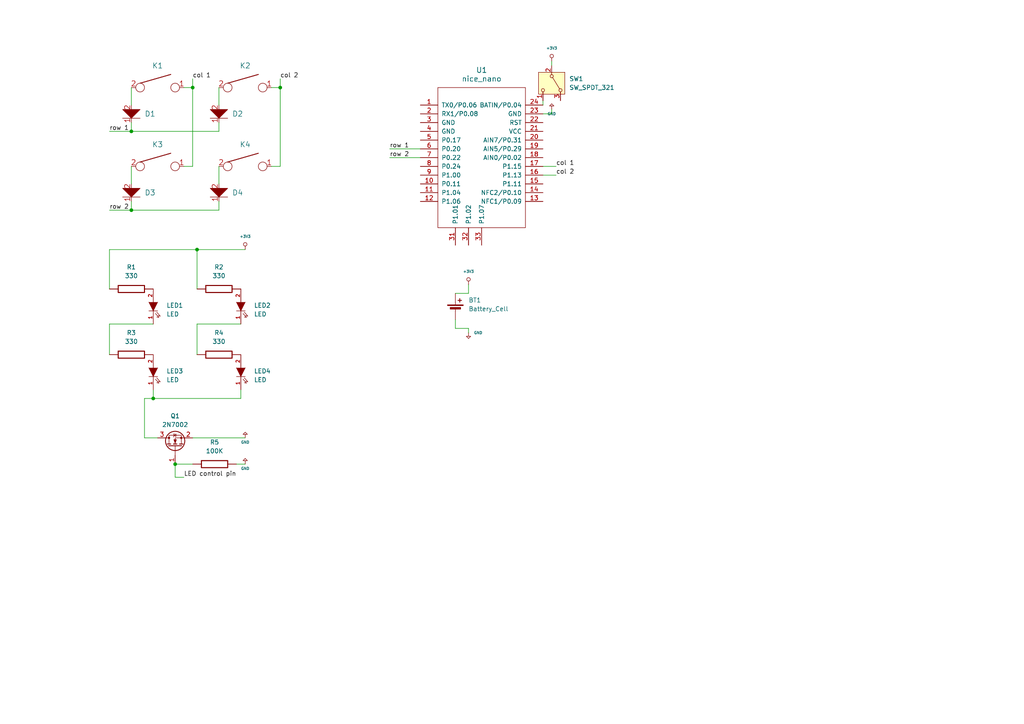
<source format=kicad_sch>
(kicad_sch
	(version 20250114)
	(generator "eeschema")
	(generator_version "9.0")
	(uuid "db045ae9-1457-4171-a4c8-dc47ed7b5674")
	(paper "A4")
	(lib_symbols
		(symbol "Device:Battery_Cell"
			(pin_numbers
				(hide yes)
			)
			(pin_names
				(offset 0)
				(hide yes)
			)
			(exclude_from_sim no)
			(in_bom yes)
			(on_board yes)
			(property "Reference" "BT"
				(at 2.54 2.54 0)
				(effects
					(font
						(size 1.27 1.27)
					)
					(justify left)
				)
			)
			(property "Value" "Battery_Cell"
				(at 2.54 0 0)
				(effects
					(font
						(size 1.27 1.27)
					)
					(justify left)
				)
			)
			(property "Footprint" ""
				(at 0 1.524 90)
				(effects
					(font
						(size 1.27 1.27)
					)
					(hide yes)
				)
			)
			(property "Datasheet" "~"
				(at 0 1.524 90)
				(effects
					(font
						(size 1.27 1.27)
					)
					(hide yes)
				)
			)
			(property "Description" "Single-cell battery"
				(at 0 0 0)
				(effects
					(font
						(size 1.27 1.27)
					)
					(hide yes)
				)
			)
			(property "ki_keywords" "battery cell"
				(at 0 0 0)
				(effects
					(font
						(size 1.27 1.27)
					)
					(hide yes)
				)
			)
			(symbol "Battery_Cell_0_1"
				(rectangle
					(start -2.286 1.778)
					(end 2.286 1.524)
					(stroke
						(width 0)
						(type default)
					)
					(fill
						(type outline)
					)
				)
				(rectangle
					(start -1.524 1.016)
					(end 1.524 0.508)
					(stroke
						(width 0)
						(type default)
					)
					(fill
						(type outline)
					)
				)
				(polyline
					(pts
						(xy 0 1.778) (xy 0 2.54)
					)
					(stroke
						(width 0)
						(type default)
					)
					(fill
						(type none)
					)
				)
				(polyline
					(pts
						(xy 0 0.762) (xy 0 0)
					)
					(stroke
						(width 0)
						(type default)
					)
					(fill
						(type none)
					)
				)
				(polyline
					(pts
						(xy 0.762 3.048) (xy 1.778 3.048)
					)
					(stroke
						(width 0.254)
						(type default)
					)
					(fill
						(type none)
					)
				)
				(polyline
					(pts
						(xy 1.27 3.556) (xy 1.27 2.54)
					)
					(stroke
						(width 0.254)
						(type default)
					)
					(fill
						(type none)
					)
				)
			)
			(symbol "Battery_Cell_1_1"
				(pin passive line
					(at 0 5.08 270)
					(length 2.54)
					(name "+"
						(effects
							(font
								(size 1.27 1.27)
							)
						)
					)
					(number "1"
						(effects
							(font
								(size 1.27 1.27)
							)
						)
					)
				)
				(pin passive line
					(at 0 -2.54 90)
					(length 2.54)
					(name "-"
						(effects
							(font
								(size 1.27 1.27)
							)
						)
					)
					(number "2"
						(effects
							(font
								(size 1.27 1.27)
							)
						)
					)
				)
			)
			(embedded_fonts no)
		)
		(symbol "Switch:SW_SPDT_321"
			(pin_names
				(offset 1)
				(hide yes)
			)
			(exclude_from_sim no)
			(in_bom yes)
			(on_board yes)
			(property "Reference" "SW"
				(at 0 5.08 0)
				(effects
					(font
						(size 1.27 1.27)
					)
				)
			)
			(property "Value" "SW_SPDT_321"
				(at 0 -5.08 0)
				(effects
					(font
						(size 1.27 1.27)
					)
				)
			)
			(property "Footprint" ""
				(at 0 -10.16 0)
				(effects
					(font
						(size 1.27 1.27)
					)
					(hide yes)
				)
			)
			(property "Datasheet" "~"
				(at 0 -7.62 0)
				(effects
					(font
						(size 1.27 1.27)
					)
					(hide yes)
				)
			)
			(property "Description" "Switch, single pole double throw"
				(at 0 0 0)
				(effects
					(font
						(size 1.27 1.27)
					)
					(hide yes)
				)
			)
			(property "ki_keywords" "switch single-pole double-throw spdt ON-ON"
				(at 0 0 0)
				(effects
					(font
						(size 1.27 1.27)
					)
					(hide yes)
				)
			)
			(symbol "SW_SPDT_321_0_1"
				(circle
					(center -2.032 0)
					(radius 0.4572)
					(stroke
						(width 0)
						(type default)
					)
					(fill
						(type none)
					)
				)
				(polyline
					(pts
						(xy -1.651 0.254) (xy 1.651 2.286)
					)
					(stroke
						(width 0)
						(type default)
					)
					(fill
						(type none)
					)
				)
				(circle
					(center 2.032 2.54)
					(radius 0.4572)
					(stroke
						(width 0)
						(type default)
					)
					(fill
						(type none)
					)
				)
				(circle
					(center 2.032 -2.54)
					(radius 0.4572)
					(stroke
						(width 0)
						(type default)
					)
					(fill
						(type none)
					)
				)
			)
			(symbol "SW_SPDT_321_1_1"
				(rectangle
					(start -3.175 3.81)
					(end 3.175 -3.81)
					(stroke
						(width 0)
						(type default)
					)
					(fill
						(type background)
					)
				)
				(pin passive line
					(at -5.08 0 0)
					(length 2.54)
					(name "B"
						(effects
							(font
								(size 1.27 1.27)
							)
						)
					)
					(number "2"
						(effects
							(font
								(size 1.27 1.27)
							)
						)
					)
				)
				(pin passive line
					(at 5.08 2.54 180)
					(length 2.54)
					(name "A"
						(effects
							(font
								(size 1.27 1.27)
							)
						)
					)
					(number "3"
						(effects
							(font
								(size 1.27 1.27)
							)
						)
					)
				)
				(pin passive line
					(at 5.08 -2.54 180)
					(length 2.54)
					(name "C"
						(effects
							(font
								(size 1.27 1.27)
							)
						)
					)
					(number "1"
						(effects
							(font
								(size 1.27 1.27)
							)
						)
					)
				)
			)
			(embedded_fonts no)
		)
		(symbol "Transistor_FET:2N7002"
			(pin_names
				(hide yes)
			)
			(exclude_from_sim no)
			(in_bom yes)
			(on_board yes)
			(property "Reference" "Q"
				(at 5.08 1.905 0)
				(effects
					(font
						(size 1.27 1.27)
					)
					(justify left)
				)
			)
			(property "Value" "2N7002"
				(at 5.08 0 0)
				(effects
					(font
						(size 1.27 1.27)
					)
					(justify left)
				)
			)
			(property "Footprint" "Package_TO_SOT_SMD:SOT-23"
				(at 5.08 -1.905 0)
				(effects
					(font
						(size 1.27 1.27)
						(italic yes)
					)
					(justify left)
					(hide yes)
				)
			)
			(property "Datasheet" "https://www.onsemi.com/pub/Collateral/NDS7002A-D.PDF"
				(at 5.08 -3.81 0)
				(effects
					(font
						(size 1.27 1.27)
					)
					(justify left)
					(hide yes)
				)
			)
			(property "Description" "0.115A Id, 60V Vds, N-Channel MOSFET, SOT-23"
				(at 0 0 0)
				(effects
					(font
						(size 1.27 1.27)
					)
					(hide yes)
				)
			)
			(property "ki_keywords" "N-Channel Switching MOSFET"
				(at 0 0 0)
				(effects
					(font
						(size 1.27 1.27)
					)
					(hide yes)
				)
			)
			(property "ki_fp_filters" "SOT?23*"
				(at 0 0 0)
				(effects
					(font
						(size 1.27 1.27)
					)
					(hide yes)
				)
			)
			(symbol "2N7002_0_1"
				(polyline
					(pts
						(xy 0.254 1.905) (xy 0.254 -1.905)
					)
					(stroke
						(width 0.254)
						(type default)
					)
					(fill
						(type none)
					)
				)
				(polyline
					(pts
						(xy 0.254 0) (xy -2.54 0)
					)
					(stroke
						(width 0)
						(type default)
					)
					(fill
						(type none)
					)
				)
				(polyline
					(pts
						(xy 0.762 2.286) (xy 0.762 1.27)
					)
					(stroke
						(width 0.254)
						(type default)
					)
					(fill
						(type none)
					)
				)
				(polyline
					(pts
						(xy 0.762 0.508) (xy 0.762 -0.508)
					)
					(stroke
						(width 0.254)
						(type default)
					)
					(fill
						(type none)
					)
				)
				(polyline
					(pts
						(xy 0.762 -1.27) (xy 0.762 -2.286)
					)
					(stroke
						(width 0.254)
						(type default)
					)
					(fill
						(type none)
					)
				)
				(polyline
					(pts
						(xy 0.762 -1.778) (xy 3.302 -1.778) (xy 3.302 1.778) (xy 0.762 1.778)
					)
					(stroke
						(width 0)
						(type default)
					)
					(fill
						(type none)
					)
				)
				(polyline
					(pts
						(xy 1.016 0) (xy 2.032 0.381) (xy 2.032 -0.381) (xy 1.016 0)
					)
					(stroke
						(width 0)
						(type default)
					)
					(fill
						(type outline)
					)
				)
				(circle
					(center 1.651 0)
					(radius 2.794)
					(stroke
						(width 0.254)
						(type default)
					)
					(fill
						(type none)
					)
				)
				(polyline
					(pts
						(xy 2.54 2.54) (xy 2.54 1.778)
					)
					(stroke
						(width 0)
						(type default)
					)
					(fill
						(type none)
					)
				)
				(circle
					(center 2.54 1.778)
					(radius 0.254)
					(stroke
						(width 0)
						(type default)
					)
					(fill
						(type outline)
					)
				)
				(circle
					(center 2.54 -1.778)
					(radius 0.254)
					(stroke
						(width 0)
						(type default)
					)
					(fill
						(type outline)
					)
				)
				(polyline
					(pts
						(xy 2.54 -2.54) (xy 2.54 0) (xy 0.762 0)
					)
					(stroke
						(width 0)
						(type default)
					)
					(fill
						(type none)
					)
				)
				(polyline
					(pts
						(xy 2.794 0.508) (xy 2.921 0.381) (xy 3.683 0.381) (xy 3.81 0.254)
					)
					(stroke
						(width 0)
						(type default)
					)
					(fill
						(type none)
					)
				)
				(polyline
					(pts
						(xy 3.302 0.381) (xy 2.921 -0.254) (xy 3.683 -0.254) (xy 3.302 0.381)
					)
					(stroke
						(width 0)
						(type default)
					)
					(fill
						(type none)
					)
				)
			)
			(symbol "2N7002_1_1"
				(pin input line
					(at -5.08 0 0)
					(length 2.54)
					(name "G"
						(effects
							(font
								(size 1.27 1.27)
							)
						)
					)
					(number "1"
						(effects
							(font
								(size 1.27 1.27)
							)
						)
					)
				)
				(pin passive line
					(at 2.54 5.08 270)
					(length 2.54)
					(name "D"
						(effects
							(font
								(size 1.27 1.27)
							)
						)
					)
					(number "3"
						(effects
							(font
								(size 1.27 1.27)
							)
						)
					)
				)
				(pin passive line
					(at 2.54 -5.08 90)
					(length 2.54)
					(name "S"
						(effects
							(font
								(size 1.27 1.27)
							)
						)
					)
					(number "2"
						(effects
							(font
								(size 1.27 1.27)
							)
						)
					)
				)
			)
			(embedded_fonts no)
		)
		(symbol "keyboard_parts:+3V3"
			(power)
			(pin_names
				(offset 0)
			)
			(exclude_from_sim no)
			(in_bom yes)
			(on_board yes)
			(property "Reference" "#PWR"
				(at 0 -0.762 0)
				(effects
					(font
						(size 0.508 0.508)
					)
					(hide yes)
				)
			)
			(property "Value" "+3V3"
				(at 0 2.794 0)
				(effects
					(font
						(size 0.762 0.762)
					)
				)
			)
			(property "Footprint" ""
				(at 0 0 0)
				(effects
					(font
						(size 1.524 1.524)
					)
				)
			)
			(property "Datasheet" ""
				(at 0 0 0)
				(effects
					(font
						(size 1.524 1.524)
					)
				)
			)
			(property "Description" ""
				(at 0 0 0)
				(effects
					(font
						(size 1.27 1.27)
					)
					(hide yes)
				)
			)
			(symbol "+3V3_0_0"
				(pin power_in line
					(at 0 0 90)
					(length 0)
					(hide yes)
					(name "+5V"
						(effects
							(font
								(size 0.508 0.508)
							)
						)
					)
					(number "1"
						(effects
							(font
								(size 0.254 0.254)
							)
						)
					)
				)
			)
			(symbol "+3V3_0_1"
				(circle
					(center 0 1.524)
					(radius 0.508)
					(stroke
						(width 0)
						(type solid)
					)
					(fill
						(type none)
					)
				)
				(polyline
					(pts
						(xy 0 0) (xy 0 1.016) (xy 0 1.016)
					)
					(stroke
						(width 0)
						(type solid)
					)
					(fill
						(type none)
					)
				)
			)
			(embedded_fonts no)
		)
		(symbol "keyboard_parts:D"
			(pin_names
				(offset 1.016)
			)
			(exclude_from_sim no)
			(in_bom yes)
			(on_board yes)
			(property "Reference" "D"
				(at -3.81 -1.27 90)
				(effects
					(font
						(size 1.524 1.524)
					)
				)
			)
			(property "Value" "D"
				(at 3.81 -1.27 90)
				(effects
					(font
						(size 1.524 1.524)
					)
					(hide yes)
				)
			)
			(property "Footprint" ""
				(at 0 0 0)
				(effects
					(font
						(size 1.524 1.524)
					)
				)
			)
			(property "Datasheet" ""
				(at 0 0 0)
				(effects
					(font
						(size 1.524 1.524)
					)
				)
			)
			(property "Description" ""
				(at 0 0 0)
				(effects
					(font
						(size 1.27 1.27)
					)
					(hide yes)
				)
			)
			(symbol "D_0_1"
				(polyline
					(pts
						(xy -2.54 0) (xy 2.54 0)
					)
					(stroke
						(width 0)
						(type solid)
					)
					(fill
						(type none)
					)
				)
				(polyline
					(pts
						(xy 0 0) (xy -2.54 -2.54) (xy 2.54 -2.54) (xy 0 0)
					)
					(stroke
						(width 0)
						(type solid)
					)
					(fill
						(type outline)
					)
				)
			)
			(symbol "D_1_1"
				(pin passive line
					(at 0 1.27 270)
					(length 1.27)
					(name "~"
						(effects
							(font
								(size 1.524 1.524)
							)
						)
					)
					(number "1"
						(effects
							(font
								(size 1.524 1.524)
							)
						)
					)
				)
				(pin passive line
					(at 0 -3.81 90)
					(length 1.27)
					(name "~"
						(effects
							(font
								(size 1.524 1.524)
							)
						)
					)
					(number "2"
						(effects
							(font
								(size 1.524 1.524)
							)
						)
					)
				)
			)
			(embedded_fonts no)
		)
		(symbol "keyboard_parts:GND"
			(power)
			(pin_names
				(offset 0)
			)
			(exclude_from_sim no)
			(in_bom yes)
			(on_board yes)
			(property "Reference" "#PWR"
				(at 0 1.27 0)
				(effects
					(font
						(size 0.508 0.508)
					)
					(hide yes)
				)
			)
			(property "Value" "GND"
				(at 0 -2.54 0)
				(effects
					(font
						(size 0.762 0.762)
					)
				)
			)
			(property "Footprint" ""
				(at 0 0 0)
				(effects
					(font
						(size 1.524 1.524)
					)
				)
			)
			(property "Datasheet" ""
				(at 0 0 0)
				(effects
					(font
						(size 1.524 1.524)
					)
				)
			)
			(property "Description" ""
				(at 0 0 0)
				(effects
					(font
						(size 1.27 1.27)
					)
					(hide yes)
				)
			)
			(symbol "GND_0_0"
				(pin power_in line
					(at 0 0 90)
					(length 0)
					(hide yes)
					(name "+5V"
						(effects
							(font
								(size 0.508 0.508)
							)
						)
					)
					(number "1"
						(effects
							(font
								(size 0.254 0.254)
							)
						)
					)
				)
			)
			(symbol "GND_0_1"
				(polyline
					(pts
						(xy 0 -1.651) (xy 0.635 -1.016) (xy -0.635 -1.016) (xy 0 -1.651)
					)
					(stroke
						(width 0)
						(type solid)
					)
					(fill
						(type none)
					)
				)
			)
			(symbol "GND_1_1"
				(polyline
					(pts
						(xy 0 0) (xy 0 -1.016) (xy 0 -1.016)
					)
					(stroke
						(width 0)
						(type solid)
					)
					(fill
						(type none)
					)
				)
			)
			(embedded_fonts no)
		)
		(symbol "keyboard_parts:KEYSW"
			(pin_names
				(offset 1.016)
			)
			(exclude_from_sim no)
			(in_bom yes)
			(on_board yes)
			(property "Reference" "K?"
				(at -1.27 0 0)
				(effects
					(font
						(size 1.524 1.524)
					)
				)
			)
			(property "Value" "KEYSW"
				(at 0 -2.54 0)
				(effects
					(font
						(size 1.524 1.524)
					)
					(hide yes)
				)
			)
			(property "Footprint" ""
				(at 0 0 0)
				(effects
					(font
						(size 1.524 1.524)
					)
				)
			)
			(property "Datasheet" ""
				(at 0 0 0)
				(effects
					(font
						(size 1.524 1.524)
					)
				)
			)
			(property "Description" ""
				(at 0 0 0)
				(effects
					(font
						(size 1.27 1.27)
					)
					(hide yes)
				)
			)
			(symbol "KEYSW_0_1"
				(polyline
					(pts
						(xy -5.08 1.27) (xy 3.81 3.81)
					)
					(stroke
						(width 0.254)
						(type solid)
					)
					(fill
						(type none)
					)
				)
				(circle
					(center -5.08 0)
					(radius 1.27)
					(stroke
						(width 0)
						(type solid)
					)
					(fill
						(type none)
					)
				)
				(circle
					(center 5.08 0)
					(radius 1.27)
					(stroke
						(width 0)
						(type solid)
					)
					(fill
						(type none)
					)
				)
			)
			(symbol "KEYSW_1_1"
				(pin passive line
					(at -7.62 0 0)
					(length 1.27)
					(name "~"
						(effects
							(font
								(size 1.524 1.524)
							)
						)
					)
					(number "2"
						(effects
							(font
								(size 1.524 1.524)
							)
						)
					)
				)
				(pin passive line
					(at 7.62 0 180)
					(length 1.27)
					(name "~"
						(effects
							(font
								(size 1.524 1.524)
							)
						)
					)
					(number "1"
						(effects
							(font
								(size 1.524 1.524)
							)
						)
					)
				)
			)
			(embedded_fonts no)
		)
		(symbol "keyboard_parts:LED"
			(pin_names
				(offset 1.016)
				(hide yes)
			)
			(exclude_from_sim no)
			(in_bom yes)
			(on_board yes)
			(property "Reference" "LED"
				(at 0 2.54 0)
				(effects
					(font
						(size 1.27 1.27)
					)
				)
			)
			(property "Value" "LED"
				(at 0 -2.54 0)
				(effects
					(font
						(size 1.27 1.27)
					)
				)
			)
			(property "Footprint" ""
				(at 0 0 0)
				(effects
					(font
						(size 1.524 1.524)
					)
				)
			)
			(property "Datasheet" ""
				(at 0 0 0)
				(effects
					(font
						(size 1.524 1.524)
					)
				)
			)
			(property "Description" ""
				(at 0 0 0)
				(effects
					(font
						(size 1.27 1.27)
					)
					(hide yes)
				)
			)
			(property "ki_fp_filters" "LED-3MM LED-5MM LED-10MM LED-0603 LED-0805 LED-1206 LEDV"
				(at 0 0 0)
				(effects
					(font
						(size 1.27 1.27)
					)
					(hide yes)
				)
			)
			(symbol "LED_0_1"
				(polyline
					(pts
						(xy -2.032 -0.635) (xy -3.175 -1.651) (xy -3.048 -1.016)
					)
					(stroke
						(width 0)
						(type solid)
					)
					(fill
						(type none)
					)
				)
				(polyline
					(pts
						(xy -1.651 -1.016) (xy -2.794 -2.032) (xy -2.667 -1.397)
					)
					(stroke
						(width 0)
						(type solid)
					)
					(fill
						(type none)
					)
				)
				(polyline
					(pts
						(xy -1.27 1.27) (xy -1.27 -1.27)
					)
					(stroke
						(width 0)
						(type solid)
					)
					(fill
						(type none)
					)
				)
				(polyline
					(pts
						(xy 1.27 1.27) (xy -1.27 0) (xy 1.27 -1.27)
					)
					(stroke
						(width 0)
						(type solid)
					)
					(fill
						(type outline)
					)
				)
			)
			(symbol "LED_1_1"
				(pin passive line
					(at -5.08 0 0)
					(length 3.81)
					(name "K"
						(effects
							(font
								(size 1.016 1.016)
							)
						)
					)
					(number "1"
						(effects
							(font
								(size 1.016 1.016)
							)
						)
					)
				)
				(pin passive line
					(at 5.08 0 180)
					(length 3.81)
					(name "A"
						(effects
							(font
								(size 1.016 1.016)
							)
						)
					)
					(number "2"
						(effects
							(font
								(size 1.016 1.016)
							)
						)
					)
				)
			)
			(embedded_fonts no)
		)
		(symbol "keyboard_parts:R"
			(pin_numbers
				(hide yes)
			)
			(pin_names
				(offset 0)
			)
			(exclude_from_sim no)
			(in_bom yes)
			(on_board yes)
			(property "Reference" "R"
				(at 2.032 0 90)
				(effects
					(font
						(size 1.27 1.27)
					)
				)
			)
			(property "Value" "R"
				(at 0 0 90)
				(effects
					(font
						(size 1.27 1.27)
					)
				)
			)
			(property "Footprint" ""
				(at 0 0 0)
				(effects
					(font
						(size 1.524 1.524)
					)
				)
			)
			(property "Datasheet" ""
				(at 0 0 0)
				(effects
					(font
						(size 1.524 1.524)
					)
				)
			)
			(property "Description" ""
				(at 0 0 0)
				(effects
					(font
						(size 1.27 1.27)
					)
					(hide yes)
				)
			)
			(property "ki_fp_filters" "R? SM0603 SM0805 R?-* SM1206"
				(at 0 0 0)
				(effects
					(font
						(size 1.27 1.27)
					)
					(hide yes)
				)
			)
			(symbol "R_0_1"
				(rectangle
					(start -1.016 3.81)
					(end 1.016 -3.81)
					(stroke
						(width 0.3048)
						(type solid)
					)
					(fill
						(type none)
					)
				)
			)
			(symbol "R_1_1"
				(pin passive line
					(at 0 6.35 270)
					(length 2.54)
					(name "~"
						(effects
							(font
								(size 1.524 1.524)
							)
						)
					)
					(number "1"
						(effects
							(font
								(size 1.524 1.524)
							)
						)
					)
				)
				(pin passive line
					(at 0 -6.35 90)
					(length 2.54)
					(name "~"
						(effects
							(font
								(size 1.524 1.524)
							)
						)
					)
					(number "2"
						(effects
							(font
								(size 1.524 1.524)
							)
						)
					)
				)
			)
			(embedded_fonts no)
		)
		(symbol "nice_nano:nice_nano"
			(pin_names
				(offset 1.016)
			)
			(exclude_from_sim no)
			(in_bom yes)
			(on_board yes)
			(property "Reference" "U"
				(at 0 0 0)
				(effects
					(font
						(size 1.524 1.524)
					)
				)
			)
			(property "Value" "nice_nano"
				(at 0 2.54 0)
				(effects
					(font
						(size 1.524 1.524)
					)
				)
			)
			(property "Footprint" ""
				(at 26.67 -63.5 90)
				(effects
					(font
						(size 1.524 1.524)
					)
					(hide yes)
				)
			)
			(property "Datasheet" ""
				(at 26.67 -63.5 90)
				(effects
					(font
						(size 1.524 1.524)
					)
					(hide yes)
				)
			)
			(property "Description" ""
				(at 0 0 0)
				(effects
					(font
						(size 1.27 1.27)
					)
					(hide yes)
				)
			)
			(symbol "nice_nano_0_1"
				(rectangle
					(start -12.7 -21.59)
					(end 12.7 19.05)
					(stroke
						(width 0)
						(type solid)
					)
					(fill
						(type none)
					)
				)
			)
			(symbol "nice_nano_1_1"
				(pin input line
					(at -17.78 13.97 0)
					(length 5.08)
					(name "TX0/P0.06"
						(effects
							(font
								(size 1.27 1.27)
							)
						)
					)
					(number "1"
						(effects
							(font
								(size 1.27 1.27)
							)
						)
					)
				)
				(pin input line
					(at -17.78 11.43 0)
					(length 5.08)
					(name "RX1/P0.08"
						(effects
							(font
								(size 1.27 1.27)
							)
						)
					)
					(number "2"
						(effects
							(font
								(size 1.27 1.27)
							)
						)
					)
				)
				(pin input line
					(at -17.78 8.89 0)
					(length 5.08)
					(name "GND"
						(effects
							(font
								(size 1.27 1.27)
							)
						)
					)
					(number "3"
						(effects
							(font
								(size 1.27 1.27)
							)
						)
					)
				)
				(pin input line
					(at -17.78 6.35 0)
					(length 5.08)
					(name "GND"
						(effects
							(font
								(size 1.27 1.27)
							)
						)
					)
					(number "4"
						(effects
							(font
								(size 1.27 1.27)
							)
						)
					)
				)
				(pin input line
					(at -17.78 3.81 0)
					(length 5.08)
					(name "P0.17"
						(effects
							(font
								(size 1.27 1.27)
							)
						)
					)
					(number "5"
						(effects
							(font
								(size 1.27 1.27)
							)
						)
					)
				)
				(pin input line
					(at -17.78 1.27 0)
					(length 5.08)
					(name "P0.20"
						(effects
							(font
								(size 1.27 1.27)
							)
						)
					)
					(number "6"
						(effects
							(font
								(size 1.27 1.27)
							)
						)
					)
				)
				(pin input line
					(at -17.78 -1.27 0)
					(length 5.08)
					(name "P0.22"
						(effects
							(font
								(size 1.27 1.27)
							)
						)
					)
					(number "7"
						(effects
							(font
								(size 1.27 1.27)
							)
						)
					)
				)
				(pin input line
					(at -17.78 -3.81 0)
					(length 5.08)
					(name "P0.24"
						(effects
							(font
								(size 1.27 1.27)
							)
						)
					)
					(number "8"
						(effects
							(font
								(size 1.27 1.27)
							)
						)
					)
				)
				(pin input line
					(at -17.78 -6.35 0)
					(length 5.08)
					(name "P1.00"
						(effects
							(font
								(size 1.27 1.27)
							)
						)
					)
					(number "9"
						(effects
							(font
								(size 1.27 1.27)
							)
						)
					)
				)
				(pin input line
					(at -17.78 -8.89 0)
					(length 5.08)
					(name "P0.11"
						(effects
							(font
								(size 1.27 1.27)
							)
						)
					)
					(number "10"
						(effects
							(font
								(size 1.27 1.27)
							)
						)
					)
				)
				(pin input line
					(at -17.78 -11.43 0)
					(length 5.08)
					(name "P1.04"
						(effects
							(font
								(size 1.27 1.27)
							)
						)
					)
					(number "11"
						(effects
							(font
								(size 1.27 1.27)
							)
						)
					)
				)
				(pin input line
					(at -17.78 -13.97 0)
					(length 5.08)
					(name "P1.06"
						(effects
							(font
								(size 1.27 1.27)
							)
						)
					)
					(number "12"
						(effects
							(font
								(size 1.27 1.27)
							)
						)
					)
				)
				(pin input line
					(at -7.62 -26.67 90)
					(length 5.08)
					(name "P1.01"
						(effects
							(font
								(size 1.27 1.27)
							)
						)
					)
					(number "31"
						(effects
							(font
								(size 1.27 1.27)
							)
						)
					)
				)
				(pin input line
					(at -3.81 -26.67 90)
					(length 5.08)
					(name "P1.02"
						(effects
							(font
								(size 1.27 1.27)
							)
						)
					)
					(number "32"
						(effects
							(font
								(size 1.27 1.27)
							)
						)
					)
				)
				(pin input line
					(at 0 -26.67 90)
					(length 5.08)
					(name "P1.07"
						(effects
							(font
								(size 1.27 1.27)
							)
						)
					)
					(number "33"
						(effects
							(font
								(size 1.27 1.27)
							)
						)
					)
				)
				(pin input line
					(at 17.78 13.97 180)
					(length 5.08)
					(name "BATIN/P0.04"
						(effects
							(font
								(size 1.27 1.27)
							)
						)
					)
					(number "24"
						(effects
							(font
								(size 1.27 1.27)
							)
						)
					)
				)
				(pin input line
					(at 17.78 11.43 180)
					(length 5.08)
					(name "GND"
						(effects
							(font
								(size 1.27 1.27)
							)
						)
					)
					(number "23"
						(effects
							(font
								(size 1.27 1.27)
							)
						)
					)
				)
				(pin input line
					(at 17.78 8.89 180)
					(length 5.08)
					(name "RST"
						(effects
							(font
								(size 1.27 1.27)
							)
						)
					)
					(number "22"
						(effects
							(font
								(size 1.27 1.27)
							)
						)
					)
				)
				(pin input line
					(at 17.78 6.35 180)
					(length 5.08)
					(name "VCC"
						(effects
							(font
								(size 1.27 1.27)
							)
						)
					)
					(number "21"
						(effects
							(font
								(size 1.27 1.27)
							)
						)
					)
				)
				(pin input line
					(at 17.78 3.81 180)
					(length 5.08)
					(name "AIN7/P0.31"
						(effects
							(font
								(size 1.27 1.27)
							)
						)
					)
					(number "20"
						(effects
							(font
								(size 1.27 1.27)
							)
						)
					)
				)
				(pin input line
					(at 17.78 1.27 180)
					(length 5.08)
					(name "AIN5/P0.29"
						(effects
							(font
								(size 1.27 1.27)
							)
						)
					)
					(number "19"
						(effects
							(font
								(size 1.27 1.27)
							)
						)
					)
				)
				(pin input line
					(at 17.78 -1.27 180)
					(length 5.08)
					(name "AIN0/P0.02"
						(effects
							(font
								(size 1.27 1.27)
							)
						)
					)
					(number "18"
						(effects
							(font
								(size 1.27 1.27)
							)
						)
					)
				)
				(pin input line
					(at 17.78 -3.81 180)
					(length 5.08)
					(name "P1.15"
						(effects
							(font
								(size 1.27 1.27)
							)
						)
					)
					(number "17"
						(effects
							(font
								(size 1.27 1.27)
							)
						)
					)
				)
				(pin input line
					(at 17.78 -6.35 180)
					(length 5.08)
					(name "P1.13"
						(effects
							(font
								(size 1.27 1.27)
							)
						)
					)
					(number "16"
						(effects
							(font
								(size 1.27 1.27)
							)
						)
					)
				)
				(pin input line
					(at 17.78 -8.89 180)
					(length 5.08)
					(name "P1.11"
						(effects
							(font
								(size 1.27 1.27)
							)
						)
					)
					(number "15"
						(effects
							(font
								(size 1.27 1.27)
							)
						)
					)
				)
				(pin input line
					(at 17.78 -11.43 180)
					(length 5.08)
					(name "NFC2/P0.10"
						(effects
							(font
								(size 1.27 1.27)
							)
						)
					)
					(number "14"
						(effects
							(font
								(size 1.27 1.27)
							)
						)
					)
				)
				(pin input line
					(at 17.78 -13.97 180)
					(length 5.08)
					(name "NFC1/P0.09"
						(effects
							(font
								(size 1.27 1.27)
							)
						)
					)
					(number "13"
						(effects
							(font
								(size 1.27 1.27)
							)
						)
					)
				)
			)
			(embedded_fonts no)
		)
	)
	(junction
		(at 38.1 60.96)
		(diameter 0)
		(color 0 0 0 0)
		(uuid "2bd4227b-163e-45fa-acd1-df871e660857")
	)
	(junction
		(at 55.88 25.4)
		(diameter 0)
		(color 0 0 0 0)
		(uuid "3018e799-bf05-4646-9028-3628e8fefc1e")
	)
	(junction
		(at 81.28 25.4)
		(diameter 0)
		(color 0 0 0 0)
		(uuid "6e33f149-c7f2-4ca7-b33f-f055c28637e8")
	)
	(junction
		(at 44.45 115.57)
		(diameter 0)
		(color 0 0 0 0)
		(uuid "7267147c-8777-4a54-ab8b-df8c377e2ef6")
	)
	(junction
		(at 50.8 134.62)
		(diameter 0)
		(color 0 0 0 0)
		(uuid "8800dc44-33a9-4617-9590-8406c471fe88")
	)
	(junction
		(at 57.15 72.39)
		(diameter 0)
		(color 0 0 0 0)
		(uuid "f2c90474-5f97-4b0a-922e-09c25a39d5c5")
	)
	(junction
		(at 38.1 38.1)
		(diameter 0)
		(color 0 0 0 0)
		(uuid "fd573f28-9a04-4f5c-92f4-f7c8e135aabb")
	)
	(wire
		(pts
			(xy 38.1 48.26) (xy 38.1 53.34)
		)
		(stroke
			(width 0)
			(type default)
		)
		(uuid "0379951e-b560-4adf-a2f2-ec6ac81ed8d5")
	)
	(wire
		(pts
			(xy 55.88 25.4) (xy 55.88 48.26)
		)
		(stroke
			(width 0)
			(type default)
		)
		(uuid "0c3f8a10-8834-4e34-83c0-f348cb14213f")
	)
	(wire
		(pts
			(xy 38.1 58.42) (xy 38.1 60.96)
		)
		(stroke
			(width 0)
			(type default)
		)
		(uuid "1b6ad59d-2d57-45a9-a66f-84e2f3c4fae3")
	)
	(wire
		(pts
			(xy 81.28 22.86) (xy 81.28 25.4)
		)
		(stroke
			(width 0)
			(type default)
		)
		(uuid "1c8516e0-cb36-4525-bea0-1b6bee758006")
	)
	(wire
		(pts
			(xy 157.48 29.21) (xy 157.48 30.48)
		)
		(stroke
			(width 0)
			(type default)
		)
		(uuid "1f96dd0e-6221-438c-86f0-880e10e77d57")
	)
	(wire
		(pts
			(xy 113.03 45.72) (xy 121.92 45.72)
		)
		(stroke
			(width 0)
			(type default)
		)
		(uuid "24816e3b-1a65-478d-a0e7-4398b1f7fa06")
	)
	(wire
		(pts
			(xy 63.5 60.96) (xy 63.5 58.42)
		)
		(stroke
			(width 0)
			(type default)
		)
		(uuid "2abb9541-a36d-46cb-b9e8-54ce3cc5c4a0")
	)
	(wire
		(pts
			(xy 157.48 33.02) (xy 160.02 33.02)
		)
		(stroke
			(width 0)
			(type default)
		)
		(uuid "300f3c57-0b35-4e91-ac72-f61faf8969b0")
	)
	(wire
		(pts
			(xy 69.85 115.57) (xy 69.85 113.03)
		)
		(stroke
			(width 0)
			(type default)
		)
		(uuid "31ea514c-e1cc-467c-b91f-92d480e5d9ea")
	)
	(wire
		(pts
			(xy 31.75 38.1) (xy 38.1 38.1)
		)
		(stroke
			(width 0)
			(type default)
		)
		(uuid "321abd20-48cb-4395-9b14-a60439cbbeaf")
	)
	(wire
		(pts
			(xy 44.45 93.98) (xy 31.75 93.98)
		)
		(stroke
			(width 0)
			(type default)
		)
		(uuid "34cf11b8-31ed-4c8a-b954-3a2a724a0d5e")
	)
	(wire
		(pts
			(xy 113.03 43.18) (xy 121.92 43.18)
		)
		(stroke
			(width 0)
			(type default)
		)
		(uuid "355e1364-fe67-49b8-a02c-8d0f9b013987")
	)
	(wire
		(pts
			(xy 55.88 127) (xy 71.12 127)
		)
		(stroke
			(width 0)
			(type default)
		)
		(uuid "37e663e1-cf7a-4a40-8fe0-96a1af396225")
	)
	(wire
		(pts
			(xy 69.85 93.98) (xy 57.15 93.98)
		)
		(stroke
			(width 0)
			(type default)
		)
		(uuid "3c31db09-3275-44e6-b611-ac947716f9d6")
	)
	(wire
		(pts
			(xy 44.45 113.03) (xy 44.45 115.57)
		)
		(stroke
			(width 0)
			(type default)
		)
		(uuid "3d8b715c-13c4-4e66-9437-a9cd5a6d4190")
	)
	(wire
		(pts
			(xy 135.89 82.55) (xy 135.89 85.09)
		)
		(stroke
			(width 0)
			(type default)
		)
		(uuid "40936c2b-9990-4697-bea0-00fed933c670")
	)
	(wire
		(pts
			(xy 160.02 19.05) (xy 160.02 17.78)
		)
		(stroke
			(width 0)
			(type default)
		)
		(uuid "427498bb-22bb-413c-a9fb-a5c14742b3fb")
	)
	(wire
		(pts
			(xy 38.1 25.4) (xy 38.1 30.48)
		)
		(stroke
			(width 0)
			(type default)
		)
		(uuid "45a4c54e-1676-4f40-bea0-0d1065feafbf")
	)
	(wire
		(pts
			(xy 63.5 25.4) (xy 63.5 30.48)
		)
		(stroke
			(width 0)
			(type default)
		)
		(uuid "485d2a83-4c8c-48cc-8ab0-eaa8de3548be")
	)
	(wire
		(pts
			(xy 57.15 72.39) (xy 71.12 72.39)
		)
		(stroke
			(width 0)
			(type default)
		)
		(uuid "517da875-5f5c-4b95-9a6a-37b1d6d758fc")
	)
	(wire
		(pts
			(xy 132.08 95.25) (xy 135.89 95.25)
		)
		(stroke
			(width 0)
			(type default)
		)
		(uuid "5a512144-49b0-4d83-8df6-3a3862bce542")
	)
	(wire
		(pts
			(xy 81.28 48.26) (xy 78.74 48.26)
		)
		(stroke
			(width 0)
			(type default)
		)
		(uuid "61932c57-0976-4304-b576-6ad25e20f297")
	)
	(wire
		(pts
			(xy 31.75 93.98) (xy 31.75 102.87)
		)
		(stroke
			(width 0)
			(type default)
		)
		(uuid "63df0798-0ac3-42d3-b1e8-f7150c03a5c1")
	)
	(wire
		(pts
			(xy 81.28 25.4) (xy 81.28 48.26)
		)
		(stroke
			(width 0)
			(type default)
		)
		(uuid "6d6b3592-5cf3-4d07-a144-70bb60cf093a")
	)
	(wire
		(pts
			(xy 38.1 60.96) (xy 63.5 60.96)
		)
		(stroke
			(width 0)
			(type default)
		)
		(uuid "6d9cdf5f-da33-4c13-9706-61d0c1dc2274")
	)
	(wire
		(pts
			(xy 157.48 48.26) (xy 161.29 48.26)
		)
		(stroke
			(width 0)
			(type default)
		)
		(uuid "710be1d2-de2e-4b01-81e4-6eac2d88a474")
	)
	(wire
		(pts
			(xy 55.88 22.86) (xy 55.88 25.4)
		)
		(stroke
			(width 0)
			(type default)
		)
		(uuid "725251f5-7057-4c0c-9429-f87c4d37702a")
	)
	(wire
		(pts
			(xy 45.72 127) (xy 41.91 127)
		)
		(stroke
			(width 0)
			(type default)
		)
		(uuid "78c5ee7f-0e83-42a8-945b-d57f5e7a6542")
	)
	(wire
		(pts
			(xy 41.91 115.57) (xy 44.45 115.57)
		)
		(stroke
			(width 0)
			(type default)
		)
		(uuid "81b857f2-a025-474d-a8d2-99fcd29eed56")
	)
	(wire
		(pts
			(xy 57.15 93.98) (xy 57.15 102.87)
		)
		(stroke
			(width 0)
			(type default)
		)
		(uuid "86a94d45-8e61-4669-a414-5dc1bbe78b4d")
	)
	(wire
		(pts
			(xy 44.45 115.57) (xy 69.85 115.57)
		)
		(stroke
			(width 0)
			(type default)
		)
		(uuid "8725b29e-8cd1-4e88-b653-6cfbe1367c68")
	)
	(wire
		(pts
			(xy 135.89 95.25) (xy 135.89 96.52)
		)
		(stroke
			(width 0)
			(type default)
		)
		(uuid "8af13835-0f62-45db-a309-526bb9e10ad9")
	)
	(wire
		(pts
			(xy 63.5 38.1) (xy 63.5 35.56)
		)
		(stroke
			(width 0)
			(type default)
		)
		(uuid "8b5eebc8-0b7a-4dca-867a-d4714f3fd385")
	)
	(wire
		(pts
			(xy 38.1 38.1) (xy 63.5 38.1)
		)
		(stroke
			(width 0)
			(type default)
		)
		(uuid "974e064c-8c1c-40ff-855f-c61d25228a1a")
	)
	(wire
		(pts
			(xy 68.58 134.62) (xy 71.12 134.62)
		)
		(stroke
			(width 0)
			(type default)
		)
		(uuid "9c5e47f3-bfb8-4f16-a279-214a1a7255a6")
	)
	(wire
		(pts
			(xy 132.08 85.09) (xy 135.89 85.09)
		)
		(stroke
			(width 0)
			(type default)
		)
		(uuid "a34e6270-ab6d-4faf-9fdc-ecdf128a2ae9")
	)
	(wire
		(pts
			(xy 31.75 83.82) (xy 31.75 72.39)
		)
		(stroke
			(width 0)
			(type default)
		)
		(uuid "a3fb67f8-70df-4309-98f2-5b103ab21691")
	)
	(wire
		(pts
			(xy 157.48 50.8) (xy 161.29 50.8)
		)
		(stroke
			(width 0)
			(type default)
		)
		(uuid "a42800de-e619-4137-8b70-63129c6b2ec1")
	)
	(wire
		(pts
			(xy 31.75 60.96) (xy 38.1 60.96)
		)
		(stroke
			(width 0)
			(type default)
		)
		(uuid "b1a390f3-a8ed-42ce-bf5d-46776daf88ff")
	)
	(wire
		(pts
			(xy 53.34 25.4) (xy 55.88 25.4)
		)
		(stroke
			(width 0)
			(type default)
		)
		(uuid "b23d33ee-9234-4616-b0e4-e0d2516e0807")
	)
	(wire
		(pts
			(xy 55.88 48.26) (xy 53.34 48.26)
		)
		(stroke
			(width 0)
			(type default)
		)
		(uuid "b63643b5-6eb4-4705-a8b8-db1ccadda574")
	)
	(wire
		(pts
			(xy 57.15 72.39) (xy 57.15 83.82)
		)
		(stroke
			(width 0)
			(type default)
		)
		(uuid "bb9b66cf-ff0a-47c3-b433-03a7f66772e7")
	)
	(wire
		(pts
			(xy 132.08 95.25) (xy 132.08 92.71)
		)
		(stroke
			(width 0)
			(type default)
		)
		(uuid "c0cbdb59-2d39-4cbe-acc7-967f8dc2b460")
	)
	(wire
		(pts
			(xy 50.8 134.62) (xy 55.88 134.62)
		)
		(stroke
			(width 0)
			(type default)
		)
		(uuid "c5a56500-e4e1-4738-99b9-a4d9d45bfb1c")
	)
	(wire
		(pts
			(xy 31.75 72.39) (xy 57.15 72.39)
		)
		(stroke
			(width 0)
			(type default)
		)
		(uuid "c9ed7ba6-1117-4e4c-a1d2-235c4fecb7a9")
	)
	(wire
		(pts
			(xy 78.74 25.4) (xy 81.28 25.4)
		)
		(stroke
			(width 0)
			(type default)
		)
		(uuid "df93fe3f-6919-4bd7-a902-7edfc988c0dc")
	)
	(wire
		(pts
			(xy 160.02 33.02) (xy 160.02 31.75)
		)
		(stroke
			(width 0)
			(type default)
		)
		(uuid "e4ccb56f-8f7d-4373-97cc-c1e3de6bfe96")
	)
	(wire
		(pts
			(xy 50.8 138.43) (xy 53.34 138.43)
		)
		(stroke
			(width 0)
			(type default)
		)
		(uuid "eb34c491-8b13-4b3b-940d-bd11d8fcdd04")
	)
	(wire
		(pts
			(xy 38.1 35.56) (xy 38.1 38.1)
		)
		(stroke
			(width 0)
			(type default)
		)
		(uuid "f214020e-d2e6-403c-8393-3c61177ad60a")
	)
	(wire
		(pts
			(xy 41.91 127) (xy 41.91 115.57)
		)
		(stroke
			(width 0)
			(type default)
		)
		(uuid "f7eed76f-c42e-4a00-8cae-4b6805bc6ef0")
	)
	(wire
		(pts
			(xy 63.5 48.26) (xy 63.5 53.34)
		)
		(stroke
			(width 0)
			(type default)
		)
		(uuid "fd605893-cd9e-4df0-8a32-bea29c81947d")
	)
	(wire
		(pts
			(xy 50.8 134.62) (xy 50.8 138.43)
		)
		(stroke
			(width 0)
			(type default)
		)
		(uuid "ffadb4be-66cf-407d-8ccb-9e4e59133152")
	)
	(label "col 2"
		(at 161.29 50.8 0)
		(effects
			(font
				(size 1.27 1.27)
			)
			(justify left bottom)
		)
		(uuid "21b4c6f7-4f0f-45c2-bdba-12bb57024802")
	)
	(label "col 2"
		(at 81.28 22.86 0)
		(effects
			(font
				(size 1.27 1.27)
			)
			(justify left bottom)
		)
		(uuid "38b900d4-7369-411b-802f-c713e36ebe51")
	)
	(label "row 2"
		(at 113.03 45.72 0)
		(effects
			(font
				(size 1.27 1.27)
			)
			(justify left bottom)
		)
		(uuid "65ddbb85-4a4d-4bd0-97c5-c0305758fe96")
	)
	(label "row 1"
		(at 31.75 38.1 0)
		(effects
			(font
				(size 1.27 1.27)
			)
			(justify left bottom)
		)
		(uuid "670bfa97-938f-46ce-a509-c514da7ee679")
	)
	(label "col 1"
		(at 55.88 22.86 0)
		(effects
			(font
				(size 1.27 1.27)
			)
			(justify left bottom)
		)
		(uuid "6dece2c3-3822-455f-b813-9cad0a963bfa")
	)
	(label "col 1"
		(at 161.29 48.26 0)
		(effects
			(font
				(size 1.27 1.27)
			)
			(justify left bottom)
		)
		(uuid "93ae158b-805b-4dd0-920e-c45618351159")
	)
	(label "row 1"
		(at 113.03 43.18 0)
		(effects
			(font
				(size 1.27 1.27)
			)
			(justify left bottom)
		)
		(uuid "9a53d3e2-77f4-4fb3-824f-65cee34d5eb8")
	)
	(label "row 2"
		(at 31.75 60.96 0)
		(effects
			(font
				(size 1.27 1.27)
			)
			(justify left bottom)
		)
		(uuid "9ced9f1a-7cf2-4516-84c0-593579deecf2")
	)
	(label "LED control pin"
		(at 53.34 138.43 0)
		(effects
			(font
				(size 1.27 1.27)
			)
			(justify left bottom)
		)
		(uuid "fcb163b0-13b7-40c3-bad1-09c81d26751a")
	)
	(symbol
		(lib_id "keyboard_parts:+3V3")
		(at 71.12 72.39 0)
		(unit 1)
		(exclude_from_sim no)
		(in_bom yes)
		(on_board yes)
		(dnp no)
		(fields_autoplaced yes)
		(uuid "00de49ea-031f-4c0b-bf4f-eed4749a2da5")
		(property "Reference" "#PWR01"
			(at 71.12 73.152 0)
			(effects
				(font
					(size 0.508 0.508)
				)
				(hide yes)
			)
		)
		(property "Value" "+3V3"
			(at 71.12 68.58 0)
			(effects
				(font
					(size 0.762 0.762)
				)
			)
		)
		(property "Footprint" ""
			(at 71.12 72.39 0)
			(effects
				(font
					(size 1.524 1.524)
				)
			)
		)
		(property "Datasheet" ""
			(at 71.12 72.39 0)
			(effects
				(font
					(size 1.524 1.524)
				)
			)
		)
		(property "Description" ""
			(at 71.12 72.39 0)
			(effects
				(font
					(size 1.27 1.27)
				)
				(hide yes)
			)
		)
		(pin "1"
			(uuid "4d25125c-b768-4001-89e8-515849f2daad")
		)
		(instances
			(project ""
				(path "/db045ae9-1457-4171-a4c8-dc47ed7b5674"
					(reference "#PWR01")
					(unit 1)
				)
			)
		)
	)
	(symbol
		(lib_id "keyboard_parts:KEYSW")
		(at 71.12 25.4 0)
		(unit 1)
		(exclude_from_sim no)
		(in_bom yes)
		(on_board yes)
		(dnp no)
		(fields_autoplaced yes)
		(uuid "06646536-5353-42c9-b68d-6a3a820df27b")
		(property "Reference" "K2"
			(at 71.12 19.05 0)
			(effects
				(font
					(size 1.524 1.524)
				)
			)
		)
		(property "Value" "KEYSW"
			(at 71.12 27.94 0)
			(effects
				(font
					(size 1.524 1.524)
				)
				(hide yes)
			)
		)
		(property "Footprint" "KeySwFootprint:Kailh_socket_MX"
			(at 71.12 25.4 0)
			(effects
				(font
					(size 1.524 1.524)
				)
				(hide yes)
			)
		)
		(property "Datasheet" ""
			(at 71.12 25.4 0)
			(effects
				(font
					(size 1.524 1.524)
				)
			)
		)
		(property "Description" ""
			(at 71.12 25.4 0)
			(effects
				(font
					(size 1.27 1.27)
				)
				(hide yes)
			)
		)
		(pin "1"
			(uuid "74931fbb-0144-4026-bb61-59aa5964e998")
		)
		(pin "2"
			(uuid "228fb545-bb07-4c0d-b658-ed821345274f")
		)
		(instances
			(project "Keyboard"
				(path "/db045ae9-1457-4171-a4c8-dc47ed7b5674"
					(reference "K2")
					(unit 1)
				)
			)
		)
	)
	(symbol
		(lib_id "Device:Battery_Cell")
		(at 132.08 90.17 0)
		(unit 1)
		(exclude_from_sim no)
		(in_bom yes)
		(on_board yes)
		(dnp no)
		(fields_autoplaced yes)
		(uuid "153723c6-3d37-4def-94fa-e59fa378ece4")
		(property "Reference" "BT1"
			(at 135.89 87.0584 0)
			(effects
				(font
					(size 1.27 1.27)
				)
				(justify left)
			)
		)
		(property "Value" "Battery_Cell"
			(at 135.89 89.5984 0)
			(effects
				(font
					(size 1.27 1.27)
				)
				(justify left)
			)
		)
		(property "Footprint" "misc:JST_S2B-PH-SM4-TB"
			(at 132.08 88.646 90)
			(effects
				(font
					(size 1.27 1.27)
				)
				(hide yes)
			)
		)
		(property "Datasheet" "~"
			(at 132.08 88.646 90)
			(effects
				(font
					(size 1.27 1.27)
				)
				(hide yes)
			)
		)
		(property "Description" "Single-cell battery"
			(at 132.08 90.17 0)
			(effects
				(font
					(size 1.27 1.27)
				)
				(hide yes)
			)
		)
		(pin "1"
			(uuid "37d07e5f-a74f-4860-9baa-7ecc954eda73")
		)
		(pin "2"
			(uuid "90e4e737-dc2d-4339-b5df-25bf190e0a48")
		)
		(instances
			(project ""
				(path "/db045ae9-1457-4171-a4c8-dc47ed7b5674"
					(reference "BT1")
					(unit 1)
				)
			)
		)
	)
	(symbol
		(lib_id "keyboard_parts:R")
		(at 63.5 83.82 90)
		(unit 1)
		(exclude_from_sim no)
		(in_bom yes)
		(on_board yes)
		(dnp no)
		(fields_autoplaced yes)
		(uuid "1f84d9a3-9349-4884-b4a0-1d4864033e3b")
		(property "Reference" "R2"
			(at 63.5 77.47 90)
			(effects
				(font
					(size 1.27 1.27)
				)
			)
		)
		(property "Value" "330"
			(at 63.5 80.01 90)
			(effects
				(font
					(size 1.27 1.27)
				)
			)
		)
		(property "Footprint" "keyboard_parts.pretty-master:R_1608"
			(at 63.5 83.82 0)
			(effects
				(font
					(size 1.524 1.524)
				)
				(hide yes)
			)
		)
		(property "Datasheet" ""
			(at 63.5 83.82 0)
			(effects
				(font
					(size 1.524 1.524)
				)
			)
		)
		(property "Description" ""
			(at 63.5 83.82 0)
			(effects
				(font
					(size 1.27 1.27)
				)
				(hide yes)
			)
		)
		(pin "1"
			(uuid "65c71080-448f-4a25-9c6f-26cc2a243fd4")
		)
		(pin "2"
			(uuid "4fecb1a0-e1ef-4895-a244-e62e17f9d11b")
		)
		(instances
			(project ""
				(path "/db045ae9-1457-4171-a4c8-dc47ed7b5674"
					(reference "R2")
					(unit 1)
				)
			)
		)
	)
	(symbol
		(lib_id "keyboard_parts:D")
		(at 38.1 57.15 180)
		(unit 1)
		(exclude_from_sim no)
		(in_bom yes)
		(on_board yes)
		(dnp no)
		(fields_autoplaced yes)
		(uuid "2e947d0d-4418-4d38-8c2e-2d63a1ca4b26")
		(property "Reference" "D3"
			(at 41.91 55.8799 0)
			(effects
				(font
					(size 1.524 1.524)
				)
				(justify right)
			)
		)
		(property "Value" "D"
			(at 34.29 55.88 90)
			(effects
				(font
					(size 1.524 1.524)
				)
				(hide yes)
			)
		)
		(property "Footprint" "keyboard_parts.pretty-master:D_SOD123"
			(at 38.1 57.15 0)
			(effects
				(font
					(size 1.524 1.524)
				)
				(hide yes)
			)
		)
		(property "Datasheet" ""
			(at 38.1 57.15 0)
			(effects
				(font
					(size 1.524 1.524)
				)
			)
		)
		(property "Description" ""
			(at 38.1 57.15 0)
			(effects
				(font
					(size 1.27 1.27)
				)
				(hide yes)
			)
		)
		(pin "2"
			(uuid "1089e2b4-9571-4bac-b31a-ebc61028e30b")
		)
		(pin "1"
			(uuid "eab8b4e2-bb43-4f79-9f5e-729e31b0b12b")
		)
		(instances
			(project "Keyboard"
				(path "/db045ae9-1457-4171-a4c8-dc47ed7b5674"
					(reference "D3")
					(unit 1)
				)
			)
		)
	)
	(symbol
		(lib_id "keyboard_parts:R")
		(at 38.1 102.87 90)
		(unit 1)
		(exclude_from_sim no)
		(in_bom yes)
		(on_board yes)
		(dnp no)
		(fields_autoplaced yes)
		(uuid "3d4d9751-0900-4b95-9eda-13209a9f5014")
		(property "Reference" "R3"
			(at 38.1 96.52 90)
			(effects
				(font
					(size 1.27 1.27)
				)
			)
		)
		(property "Value" "330"
			(at 38.1 99.06 90)
			(effects
				(font
					(size 1.27 1.27)
				)
			)
		)
		(property "Footprint" "keyboard_parts.pretty-master:R_1608"
			(at 38.1 102.87 0)
			(effects
				(font
					(size 1.524 1.524)
				)
				(hide yes)
			)
		)
		(property "Datasheet" ""
			(at 38.1 102.87 0)
			(effects
				(font
					(size 1.524 1.524)
				)
			)
		)
		(property "Description" ""
			(at 38.1 102.87 0)
			(effects
				(font
					(size 1.27 1.27)
				)
				(hide yes)
			)
		)
		(pin "1"
			(uuid "577e0dfa-f6d2-4d6e-ad93-786e1378d83a")
		)
		(pin "2"
			(uuid "67040f23-2a27-4fd3-b646-fd2eb14b6ab5")
		)
		(instances
			(project ""
				(path "/db045ae9-1457-4171-a4c8-dc47ed7b5674"
					(reference "R3")
					(unit 1)
				)
			)
		)
	)
	(symbol
		(lib_id "keyboard_parts:LED")
		(at 69.85 88.9 90)
		(unit 1)
		(exclude_from_sim no)
		(in_bom yes)
		(on_board yes)
		(dnp no)
		(fields_autoplaced yes)
		(uuid "457d16e3-bafb-404a-98da-fb6687e1fa75")
		(property "Reference" "LED2"
			(at 73.66 88.5824 90)
			(effects
				(font
					(size 1.27 1.27)
				)
				(justify right)
			)
		)
		(property "Value" "LED"
			(at 73.66 91.1224 90)
			(effects
				(font
					(size 1.27 1.27)
				)
				(justify right)
			)
		)
		(property "Footprint" "keyboard_parts.pretty-master:LED_TH"
			(at 69.85 88.9 0)
			(effects
				(font
					(size 1.524 1.524)
				)
				(hide yes)
			)
		)
		(property "Datasheet" ""
			(at 69.85 88.9 0)
			(effects
				(font
					(size 1.524 1.524)
				)
			)
		)
		(property "Description" ""
			(at 69.85 88.9 0)
			(effects
				(font
					(size 1.27 1.27)
				)
				(hide yes)
			)
		)
		(pin "2"
			(uuid "f2bc9e59-0786-4b05-a0ae-dfa209f636e0")
		)
		(pin "1"
			(uuid "58f8985b-9562-4184-9c64-19c0100ed2b2")
		)
		(instances
			(project ""
				(path "/db045ae9-1457-4171-a4c8-dc47ed7b5674"
					(reference "LED2")
					(unit 1)
				)
			)
		)
	)
	(symbol
		(lib_id "keyboard_parts:D")
		(at 38.1 34.29 180)
		(unit 1)
		(exclude_from_sim no)
		(in_bom yes)
		(on_board yes)
		(dnp no)
		(fields_autoplaced yes)
		(uuid "47c8b4bd-5a83-4163-afdb-0de98361b84a")
		(property "Reference" "D1"
			(at 41.91 33.0199 0)
			(effects
				(font
					(size 1.524 1.524)
				)
				(justify right)
			)
		)
		(property "Value" "D"
			(at 34.29 33.02 90)
			(effects
				(font
					(size 1.524 1.524)
				)
				(hide yes)
			)
		)
		(property "Footprint" "keyboard_parts.pretty-master:D_SOD123"
			(at 38.1 34.29 0)
			(effects
				(font
					(size 1.524 1.524)
				)
				(hide yes)
			)
		)
		(property "Datasheet" ""
			(at 38.1 34.29 0)
			(effects
				(font
					(size 1.524 1.524)
				)
			)
		)
		(property "Description" ""
			(at 38.1 34.29 0)
			(effects
				(font
					(size 1.27 1.27)
				)
				(hide yes)
			)
		)
		(pin "2"
			(uuid "e150ce4f-a2b4-4d54-bc8a-61af2ca96d41")
		)
		(pin "1"
			(uuid "af8a27b0-dca3-43cf-b5ba-ccdc8bc4f79d")
		)
		(instances
			(project ""
				(path "/db045ae9-1457-4171-a4c8-dc47ed7b5674"
					(reference "D1")
					(unit 1)
				)
			)
		)
	)
	(symbol
		(lib_id "keyboard_parts:LED")
		(at 44.45 88.9 90)
		(unit 1)
		(exclude_from_sim no)
		(in_bom yes)
		(on_board yes)
		(dnp no)
		(fields_autoplaced yes)
		(uuid "4a07d63b-a9be-40be-8197-453d1e1c3aaf")
		(property "Reference" "LED1"
			(at 48.26 88.5824 90)
			(effects
				(font
					(size 1.27 1.27)
				)
				(justify right)
			)
		)
		(property "Value" "LED"
			(at 48.26 91.1224 90)
			(effects
				(font
					(size 1.27 1.27)
				)
				(justify right)
			)
		)
		(property "Footprint" "keyboard_parts.pretty-master:LED_TH"
			(at 44.45 88.9 0)
			(effects
				(font
					(size 1.524 1.524)
				)
				(hide yes)
			)
		)
		(property "Datasheet" ""
			(at 44.45 88.9 0)
			(effects
				(font
					(size 1.524 1.524)
				)
			)
		)
		(property "Description" ""
			(at 44.45 88.9 0)
			(effects
				(font
					(size 1.27 1.27)
				)
				(hide yes)
			)
		)
		(pin "2"
			(uuid "93d8d675-2f39-471c-86f0-76c08f1f2753")
		)
		(pin "1"
			(uuid "00a85673-e5ba-4f10-a76e-a9b5a44de724")
		)
		(instances
			(project ""
				(path "/db045ae9-1457-4171-a4c8-dc47ed7b5674"
					(reference "LED1")
					(unit 1)
				)
			)
		)
	)
	(symbol
		(lib_id "keyboard_parts:D")
		(at 63.5 57.15 180)
		(unit 1)
		(exclude_from_sim no)
		(in_bom yes)
		(on_board yes)
		(dnp no)
		(fields_autoplaced yes)
		(uuid "50862bb9-fbf0-441e-9cfe-a5be727d8700")
		(property "Reference" "D4"
			(at 67.31 55.8799 0)
			(effects
				(font
					(size 1.524 1.524)
				)
				(justify right)
			)
		)
		(property "Value" "D"
			(at 59.69 55.88 90)
			(effects
				(font
					(size 1.524 1.524)
				)
				(hide yes)
			)
		)
		(property "Footprint" "keyboard_parts.pretty-master:D_SOD123"
			(at 63.5 57.15 0)
			(effects
				(font
					(size 1.524 1.524)
				)
				(hide yes)
			)
		)
		(property "Datasheet" ""
			(at 63.5 57.15 0)
			(effects
				(font
					(size 1.524 1.524)
				)
			)
		)
		(property "Description" ""
			(at 63.5 57.15 0)
			(effects
				(font
					(size 1.27 1.27)
				)
				(hide yes)
			)
		)
		(pin "2"
			(uuid "0ee0233d-8339-4f68-8c0b-a2a76d786ecc")
		)
		(pin "1"
			(uuid "5f02f11b-1f36-4302-aeec-1d2c36461c26")
		)
		(instances
			(project "Keyboard"
				(path "/db045ae9-1457-4171-a4c8-dc47ed7b5674"
					(reference "D4")
					(unit 1)
				)
			)
		)
	)
	(symbol
		(lib_id "keyboard_parts:+3V3")
		(at 135.89 82.55 0)
		(unit 1)
		(exclude_from_sim no)
		(in_bom yes)
		(on_board yes)
		(dnp no)
		(fields_autoplaced yes)
		(uuid "51a8ed8f-9ba9-4c64-8e22-9bc51b0a85e3")
		(property "Reference" "#PWR05"
			(at 135.89 83.312 0)
			(effects
				(font
					(size 0.508 0.508)
				)
				(hide yes)
			)
		)
		(property "Value" "+3V3"
			(at 135.89 78.74 0)
			(effects
				(font
					(size 0.762 0.762)
				)
			)
		)
		(property "Footprint" ""
			(at 135.89 82.55 0)
			(effects
				(font
					(size 1.524 1.524)
				)
			)
		)
		(property "Datasheet" ""
			(at 135.89 82.55 0)
			(effects
				(font
					(size 1.524 1.524)
				)
			)
		)
		(property "Description" ""
			(at 135.89 82.55 0)
			(effects
				(font
					(size 1.27 1.27)
				)
				(hide yes)
			)
		)
		(pin "1"
			(uuid "275c14c4-6680-4a1e-b951-972566206549")
		)
		(instances
			(project "Keyboard"
				(path "/db045ae9-1457-4171-a4c8-dc47ed7b5674"
					(reference "#PWR05")
					(unit 1)
				)
			)
		)
	)
	(symbol
		(lib_id "keyboard_parts:GND")
		(at 71.12 134.62 180)
		(unit 1)
		(exclude_from_sim no)
		(in_bom yes)
		(on_board yes)
		(dnp no)
		(fields_autoplaced yes)
		(uuid "5b549f1f-06ed-4ffe-9c97-8cdbfa5e1df7")
		(property "Reference" "#PWR02"
			(at 71.12 135.89 0)
			(effects
				(font
					(size 0.508 0.508)
				)
				(hide yes)
			)
		)
		(property "Value" "GND"
			(at 71.12 135.89 0)
			(effects
				(font
					(size 0.762 0.762)
				)
			)
		)
		(property "Footprint" ""
			(at 71.12 134.62 0)
			(effects
				(font
					(size 1.524 1.524)
				)
			)
		)
		(property "Datasheet" ""
			(at 71.12 134.62 0)
			(effects
				(font
					(size 1.524 1.524)
				)
			)
		)
		(property "Description" ""
			(at 71.12 134.62 0)
			(effects
				(font
					(size 1.27 1.27)
				)
				(hide yes)
			)
		)
		(pin "1"
			(uuid "41ef3512-8a00-482b-8b5f-c2767706f9b4")
		)
		(instances
			(project ""
				(path "/db045ae9-1457-4171-a4c8-dc47ed7b5674"
					(reference "#PWR02")
					(unit 1)
				)
			)
		)
	)
	(symbol
		(lib_id "keyboard_parts:R")
		(at 38.1 83.82 90)
		(unit 1)
		(exclude_from_sim no)
		(in_bom yes)
		(on_board yes)
		(dnp no)
		(fields_autoplaced yes)
		(uuid "5d96b4a1-6822-4198-9608-2ec9f35e99b6")
		(property "Reference" "R1"
			(at 38.1 77.47 90)
			(effects
				(font
					(size 1.27 1.27)
				)
			)
		)
		(property "Value" "330"
			(at 38.1 80.01 90)
			(effects
				(font
					(size 1.27 1.27)
				)
			)
		)
		(property "Footprint" "keyboard_parts.pretty-master:R_1608"
			(at 38.1 83.82 0)
			(effects
				(font
					(size 1.524 1.524)
				)
				(hide yes)
			)
		)
		(property "Datasheet" ""
			(at 38.1 83.82 0)
			(effects
				(font
					(size 1.524 1.524)
				)
			)
		)
		(property "Description" ""
			(at 38.1 83.82 0)
			(effects
				(font
					(size 1.27 1.27)
				)
				(hide yes)
			)
		)
		(pin "1"
			(uuid "16b76a86-a57d-4d6d-9ff3-efa8a3eeb0ae")
		)
		(pin "2"
			(uuid "a0c473dc-4e2d-4a44-a0ec-81f6007567fd")
		)
		(instances
			(project ""
				(path "/db045ae9-1457-4171-a4c8-dc47ed7b5674"
					(reference "R1")
					(unit 1)
				)
			)
		)
	)
	(symbol
		(lib_id "nice_nano:nice_nano")
		(at 139.7 44.45 0)
		(unit 1)
		(exclude_from_sim no)
		(in_bom yes)
		(on_board yes)
		(dnp no)
		(fields_autoplaced yes)
		(uuid "620eecdd-d569-41e6-ab35-c8c7e6f05a58")
		(property "Reference" "U1"
			(at 139.7 20.32 0)
			(effects
				(font
					(size 1.524 1.524)
				)
			)
		)
		(property "Value" "nice_nano"
			(at 139.7 22.86 0)
			(effects
				(font
					(size 1.524 1.524)
				)
			)
		)
		(property "Footprint" "nicenano:nice_nano"
			(at 166.37 107.95 90)
			(effects
				(font
					(size 1.524 1.524)
				)
				(hide yes)
			)
		)
		(property "Datasheet" ""
			(at 166.37 107.95 90)
			(effects
				(font
					(size 1.524 1.524)
				)
				(hide yes)
			)
		)
		(property "Description" ""
			(at 139.7 44.45 0)
			(effects
				(font
					(size 1.27 1.27)
				)
				(hide yes)
			)
		)
		(pin "4"
			(uuid "2a3ee784-f3fa-4936-b0ae-f4bb9e9d1bf7")
		)
		(pin "31"
			(uuid "09c404b0-f71b-4a1e-b804-9fd534f55688")
		)
		(pin "1"
			(uuid "66846776-68b2-4b7d-8155-6efa99b97ac7")
		)
		(pin "12"
			(uuid "8c6adb6c-5c84-4786-8de0-f3014ae2eb45")
		)
		(pin "16"
			(uuid "11061736-1206-4672-b09d-b988c7cec920")
		)
		(pin "7"
			(uuid "d30ac4bf-96da-445d-898e-1a5237988f91")
		)
		(pin "24"
			(uuid "9e6bf7aa-a414-4fe4-b8ac-33e33fbd8639")
		)
		(pin "23"
			(uuid "147ba97e-86cb-4342-b901-0f98d413b081")
		)
		(pin "3"
			(uuid "e1eb6ee2-0f4e-4ebd-aefa-bd7ca867c661")
		)
		(pin "10"
			(uuid "76ca39d6-7f07-41cb-9110-65c066375955")
		)
		(pin "5"
			(uuid "a6481b19-110d-4185-b9fb-ae3e6a9d94b9")
		)
		(pin "2"
			(uuid "fb2f12f0-af5c-482b-91ed-dce8de2f393c")
		)
		(pin "9"
			(uuid "a0aacef3-e751-4565-98b2-3a20253773d6")
		)
		(pin "32"
			(uuid "75d8f850-b1ee-4bd3-991d-e1504306a634")
		)
		(pin "33"
			(uuid "dfefdc81-7134-4c92-82b3-6a7cf7577b72")
		)
		(pin "8"
			(uuid "812e632c-b554-4b22-9be3-4cc1850dde19")
		)
		(pin "11"
			(uuid "27446360-fa19-44fb-b87a-9dbb83ad1c34")
		)
		(pin "22"
			(uuid "92cfb90d-970c-4b47-a713-ecc6a56e015e")
		)
		(pin "6"
			(uuid "66769843-16c2-4d4c-9076-b5fb23a441ce")
		)
		(pin "21"
			(uuid "aa880e4b-a9ad-404d-a864-f3436f767688")
		)
		(pin "20"
			(uuid "d1e22aa6-6b6c-42d8-92fe-3025a2ce9823")
		)
		(pin "19"
			(uuid "41d9c191-3ce1-47d4-a09e-1c5415128116")
		)
		(pin "18"
			(uuid "4ead675e-056d-40ad-9620-c75db15480df")
		)
		(pin "17"
			(uuid "7555a250-67c5-41de-8683-938bdcf79f49")
		)
		(pin "15"
			(uuid "82694d5e-9774-4156-827b-9b292155ee2c")
		)
		(pin "14"
			(uuid "bbb44370-1242-4214-ac04-1352b8cbdab8")
		)
		(pin "13"
			(uuid "5e4b7c54-087d-4318-ae25-52ecd9a190a7")
		)
		(instances
			(project ""
				(path "/db045ae9-1457-4171-a4c8-dc47ed7b5674"
					(reference "U1")
					(unit 1)
				)
			)
		)
	)
	(symbol
		(lib_id "keyboard_parts:KEYSW")
		(at 45.72 48.26 0)
		(unit 1)
		(exclude_from_sim no)
		(in_bom yes)
		(on_board yes)
		(dnp no)
		(fields_autoplaced yes)
		(uuid "63047d1d-21ad-4937-8446-9aa4cb05675f")
		(property "Reference" "K3"
			(at 45.72 41.91 0)
			(effects
				(font
					(size 1.524 1.524)
				)
			)
		)
		(property "Value" "KEYSW"
			(at 45.72 50.8 0)
			(effects
				(font
					(size 1.524 1.524)
				)
				(hide yes)
			)
		)
		(property "Footprint" "KeySwFootprint:Kailh_socket_MX"
			(at 45.72 48.26 0)
			(effects
				(font
					(size 1.524 1.524)
				)
				(hide yes)
			)
		)
		(property "Datasheet" ""
			(at 45.72 48.26 0)
			(effects
				(font
					(size 1.524 1.524)
				)
			)
		)
		(property "Description" ""
			(at 45.72 48.26 0)
			(effects
				(font
					(size 1.27 1.27)
				)
				(hide yes)
			)
		)
		(pin "1"
			(uuid "b31b5638-5df3-4adc-85eb-e1e01f578c6a")
		)
		(pin "2"
			(uuid "dbbe7afb-a589-4e7c-944b-7ea581694d2f")
		)
		(instances
			(project "Keyboard"
				(path "/db045ae9-1457-4171-a4c8-dc47ed7b5674"
					(reference "K3")
					(unit 1)
				)
			)
		)
	)
	(symbol
		(lib_id "keyboard_parts:D")
		(at 63.5 34.29 180)
		(unit 1)
		(exclude_from_sim no)
		(in_bom yes)
		(on_board yes)
		(dnp no)
		(fields_autoplaced yes)
		(uuid "68c6768c-213b-4735-ac99-1a7a14e03286")
		(property "Reference" "D2"
			(at 67.31 33.0199 0)
			(effects
				(font
					(size 1.524 1.524)
				)
				(justify right)
			)
		)
		(property "Value" "D"
			(at 59.69 33.02 90)
			(effects
				(font
					(size 1.524 1.524)
				)
				(hide yes)
			)
		)
		(property "Footprint" "keyboard_parts.pretty-master:D_SOD123"
			(at 63.5 34.29 0)
			(effects
				(font
					(size 1.524 1.524)
				)
				(hide yes)
			)
		)
		(property "Datasheet" ""
			(at 63.5 34.29 0)
			(effects
				(font
					(size 1.524 1.524)
				)
			)
		)
		(property "Description" ""
			(at 63.5 34.29 0)
			(effects
				(font
					(size 1.27 1.27)
				)
				(hide yes)
			)
		)
		(pin "2"
			(uuid "62b060a0-a262-49ae-b62d-44f4a4f8f526")
		)
		(pin "1"
			(uuid "d7e481ba-4563-4229-99d7-21a4bdd312a1")
		)
		(instances
			(project "Keyboard"
				(path "/db045ae9-1457-4171-a4c8-dc47ed7b5674"
					(reference "D2")
					(unit 1)
				)
			)
		)
	)
	(symbol
		(lib_id "keyboard_parts:LED")
		(at 44.45 107.95 90)
		(unit 1)
		(exclude_from_sim no)
		(in_bom yes)
		(on_board yes)
		(dnp no)
		(fields_autoplaced yes)
		(uuid "83326388-9dab-4e44-8503-4ac49b5e5334")
		(property "Reference" "LED3"
			(at 48.26 107.6324 90)
			(effects
				(font
					(size 1.27 1.27)
				)
				(justify right)
			)
		)
		(property "Value" "LED"
			(at 48.26 110.1724 90)
			(effects
				(font
					(size 1.27 1.27)
				)
				(justify right)
			)
		)
		(property "Footprint" "keyboard_parts.pretty-master:LED_TH"
			(at 44.45 107.95 0)
			(effects
				(font
					(size 1.524 1.524)
				)
				(hide yes)
			)
		)
		(property "Datasheet" ""
			(at 44.45 107.95 0)
			(effects
				(font
					(size 1.524 1.524)
				)
			)
		)
		(property "Description" ""
			(at 44.45 107.95 0)
			(effects
				(font
					(size 1.27 1.27)
				)
				(hide yes)
			)
		)
		(pin "2"
			(uuid "4ecbfc39-4a96-428e-906e-b17efdada481")
		)
		(pin "1"
			(uuid "c709163d-0868-4338-817a-555229c7c4ef")
		)
		(instances
			(project "Keyboard"
				(path "/db045ae9-1457-4171-a4c8-dc47ed7b5674"
					(reference "LED3")
					(unit 1)
				)
			)
		)
	)
	(symbol
		(lib_id "Transistor_FET:2N7002")
		(at 50.8 129.54 90)
		(unit 1)
		(exclude_from_sim no)
		(in_bom yes)
		(on_board yes)
		(dnp no)
		(fields_autoplaced yes)
		(uuid "858c5552-7b2c-496b-b498-1a93a64cafdd")
		(property "Reference" "Q1"
			(at 50.8 120.65 90)
			(effects
				(font
					(size 1.27 1.27)
				)
			)
		)
		(property "Value" "2N7002"
			(at 50.8 123.19 90)
			(effects
				(font
					(size 1.27 1.27)
				)
			)
		)
		(property "Footprint" "Package_TO_SOT_SMD:SOT-23"
			(at 52.705 124.46 0)
			(effects
				(font
					(size 1.27 1.27)
					(italic yes)
				)
				(justify left)
				(hide yes)
			)
		)
		(property "Datasheet" "https://www.onsemi.com/pub/Collateral/NDS7002A-D.PDF"
			(at 54.61 124.46 0)
			(effects
				(font
					(size 1.27 1.27)
				)
				(justify left)
				(hide yes)
			)
		)
		(property "Description" "0.115A Id, 60V Vds, N-Channel MOSFET, SOT-23"
			(at 50.8 129.54 0)
			(effects
				(font
					(size 1.27 1.27)
				)
				(hide yes)
			)
		)
		(pin "1"
			(uuid "3904b8fb-bac1-49e6-9cea-1eb454625634")
		)
		(pin "2"
			(uuid "0e9f80ca-6cd8-4d5f-a688-b731883e636b")
		)
		(pin "3"
			(uuid "99e4d950-c823-4013-b402-b726a4f311e5")
		)
		(instances
			(project ""
				(path "/db045ae9-1457-4171-a4c8-dc47ed7b5674"
					(reference "Q1")
					(unit 1)
				)
			)
		)
	)
	(symbol
		(lib_id "keyboard_parts:+3V3")
		(at 160.02 17.78 0)
		(unit 1)
		(exclude_from_sim no)
		(in_bom yes)
		(on_board yes)
		(dnp no)
		(fields_autoplaced yes)
		(uuid "8a767943-72da-4913-8abc-4a4254858a15")
		(property "Reference" "#PWR07"
			(at 160.02 18.542 0)
			(effects
				(font
					(size 0.508 0.508)
				)
				(hide yes)
			)
		)
		(property "Value" "+3V3"
			(at 160.02 13.97 0)
			(effects
				(font
					(size 0.762 0.762)
				)
			)
		)
		(property "Footprint" ""
			(at 160.02 17.78 0)
			(effects
				(font
					(size 1.524 1.524)
				)
			)
		)
		(property "Datasheet" ""
			(at 160.02 17.78 0)
			(effects
				(font
					(size 1.524 1.524)
				)
			)
		)
		(property "Description" ""
			(at 160.02 17.78 0)
			(effects
				(font
					(size 1.27 1.27)
				)
				(hide yes)
			)
		)
		(pin "1"
			(uuid "668078ff-7db1-4eea-921a-7b457c8e48ca")
		)
		(instances
			(project "Keyboard"
				(path "/db045ae9-1457-4171-a4c8-dc47ed7b5674"
					(reference "#PWR07")
					(unit 1)
				)
			)
		)
	)
	(symbol
		(lib_id "keyboard_parts:R")
		(at 62.23 134.62 90)
		(unit 1)
		(exclude_from_sim no)
		(in_bom yes)
		(on_board yes)
		(dnp no)
		(fields_autoplaced yes)
		(uuid "8f45f403-2db9-4f8b-8d88-c2fe07533b51")
		(property "Reference" "R5"
			(at 62.23 128.27 90)
			(effects
				(font
					(size 1.27 1.27)
				)
			)
		)
		(property "Value" "100K"
			(at 62.23 130.81 90)
			(effects
				(font
					(size 1.27 1.27)
				)
			)
		)
		(property "Footprint" "keyboard_parts.pretty-master:R_1608"
			(at 62.23 134.62 0)
			(effects
				(font
					(size 1.524 1.524)
				)
				(hide yes)
			)
		)
		(property "Datasheet" ""
			(at 62.23 134.62 0)
			(effects
				(font
					(size 1.524 1.524)
				)
			)
		)
		(property "Description" ""
			(at 62.23 134.62 0)
			(effects
				(font
					(size 1.27 1.27)
				)
				(hide yes)
			)
		)
		(pin "1"
			(uuid "171170f0-3489-481e-a61b-5cf1de4fe236")
		)
		(pin "2"
			(uuid "e76b41d9-0d24-44a4-aa4a-8be35897f112")
		)
		(instances
			(project "Keyboard"
				(path "/db045ae9-1457-4171-a4c8-dc47ed7b5674"
					(reference "R5")
					(unit 1)
				)
			)
		)
	)
	(symbol
		(lib_id "keyboard_parts:R")
		(at 63.5 102.87 90)
		(unit 1)
		(exclude_from_sim no)
		(in_bom yes)
		(on_board yes)
		(dnp no)
		(fields_autoplaced yes)
		(uuid "a196e699-7af3-405d-9357-9401b9c5c20e")
		(property "Reference" "R4"
			(at 63.5 96.52 90)
			(effects
				(font
					(size 1.27 1.27)
				)
			)
		)
		(property "Value" "330"
			(at 63.5 99.06 90)
			(effects
				(font
					(size 1.27 1.27)
				)
			)
		)
		(property "Footprint" "keyboard_parts.pretty-master:R_1608"
			(at 63.5 102.87 0)
			(effects
				(font
					(size 1.524 1.524)
				)
				(hide yes)
			)
		)
		(property "Datasheet" ""
			(at 63.5 102.87 0)
			(effects
				(font
					(size 1.524 1.524)
				)
			)
		)
		(property "Description" ""
			(at 63.5 102.87 0)
			(effects
				(font
					(size 1.27 1.27)
				)
				(hide yes)
			)
		)
		(pin "1"
			(uuid "a7881a79-b9e0-4242-b8fb-4874be5baa79")
		)
		(pin "2"
			(uuid "1846464c-254d-4a83-898e-bbac84ece5ce")
		)
		(instances
			(project ""
				(path "/db045ae9-1457-4171-a4c8-dc47ed7b5674"
					(reference "R4")
					(unit 1)
				)
			)
		)
	)
	(symbol
		(lib_id "keyboard_parts:LED")
		(at 69.85 107.95 90)
		(unit 1)
		(exclude_from_sim no)
		(in_bom yes)
		(on_board yes)
		(dnp no)
		(fields_autoplaced yes)
		(uuid "a5b6005b-9b56-4dbc-9c47-74ea2dce90d6")
		(property "Reference" "LED4"
			(at 73.66 107.6324 90)
			(effects
				(font
					(size 1.27 1.27)
				)
				(justify right)
			)
		)
		(property "Value" "LED"
			(at 73.66 110.1724 90)
			(effects
				(font
					(size 1.27 1.27)
				)
				(justify right)
			)
		)
		(property "Footprint" "keyboard_parts.pretty-master:LED_TH"
			(at 69.85 107.95 0)
			(effects
				(font
					(size 1.524 1.524)
				)
				(hide yes)
			)
		)
		(property "Datasheet" ""
			(at 69.85 107.95 0)
			(effects
				(font
					(size 1.524 1.524)
				)
			)
		)
		(property "Description" ""
			(at 69.85 107.95 0)
			(effects
				(font
					(size 1.27 1.27)
				)
				(hide yes)
			)
		)
		(pin "2"
			(uuid "63b50c0b-ecd7-4b19-a6a1-36da9ffa0870")
		)
		(pin "1"
			(uuid "fe7ead41-fe6d-4868-855b-28631d2013be")
		)
		(instances
			(project "Keyboard"
				(path "/db045ae9-1457-4171-a4c8-dc47ed7b5674"
					(reference "LED4")
					(unit 1)
				)
			)
		)
	)
	(symbol
		(lib_id "keyboard_parts:GND")
		(at 71.12 127 180)
		(unit 1)
		(exclude_from_sim no)
		(in_bom yes)
		(on_board yes)
		(dnp no)
		(fields_autoplaced yes)
		(uuid "a8653a1e-7a8e-493b-a468-810bd683e777")
		(property "Reference" "#PWR03"
			(at 71.12 128.27 0)
			(effects
				(font
					(size 0.508 0.508)
				)
				(hide yes)
			)
		)
		(property "Value" "GND"
			(at 71.12 128.27 0)
			(effects
				(font
					(size 0.762 0.762)
				)
			)
		)
		(property "Footprint" ""
			(at 71.12 127 0)
			(effects
				(font
					(size 1.524 1.524)
				)
			)
		)
		(property "Datasheet" ""
			(at 71.12 127 0)
			(effects
				(font
					(size 1.524 1.524)
				)
			)
		)
		(property "Description" ""
			(at 71.12 127 0)
			(effects
				(font
					(size 1.27 1.27)
				)
				(hide yes)
			)
		)
		(pin "1"
			(uuid "c2c6b0a6-ea48-4cd3-9a29-3cbc39701b0b")
		)
		(instances
			(project "Keyboard"
				(path "/db045ae9-1457-4171-a4c8-dc47ed7b5674"
					(reference "#PWR03")
					(unit 1)
				)
			)
		)
	)
	(symbol
		(lib_id "keyboard_parts:KEYSW")
		(at 71.12 48.26 0)
		(unit 1)
		(exclude_from_sim no)
		(in_bom yes)
		(on_board yes)
		(dnp no)
		(fields_autoplaced yes)
		(uuid "b35696db-8599-443b-b7c3-33d770b486a3")
		(property "Reference" "K4"
			(at 71.12 41.91 0)
			(effects
				(font
					(size 1.524 1.524)
				)
			)
		)
		(property "Value" "KEYSW"
			(at 71.12 50.8 0)
			(effects
				(font
					(size 1.524 1.524)
				)
				(hide yes)
			)
		)
		(property "Footprint" "KeySwFootprint:Kailh_socket_MX"
			(at 71.12 48.26 0)
			(effects
				(font
					(size 1.524 1.524)
				)
				(hide yes)
			)
		)
		(property "Datasheet" ""
			(at 71.12 48.26 0)
			(effects
				(font
					(size 1.524 1.524)
				)
			)
		)
		(property "Description" ""
			(at 71.12 48.26 0)
			(effects
				(font
					(size 1.27 1.27)
				)
				(hide yes)
			)
		)
		(pin "1"
			(uuid "808c6d3c-3678-4cda-b4bf-6f7d3b9e37bd")
		)
		(pin "2"
			(uuid "c722d1a7-3cb9-4390-8afb-63d38c5c7164")
		)
		(instances
			(project "Keyboard"
				(path "/db045ae9-1457-4171-a4c8-dc47ed7b5674"
					(reference "K4")
					(unit 1)
				)
			)
		)
	)
	(symbol
		(lib_id "keyboard_parts:GND")
		(at 135.89 96.52 0)
		(unit 1)
		(exclude_from_sim no)
		(in_bom yes)
		(on_board yes)
		(dnp no)
		(uuid "c15bd771-27b8-4747-ba42-8b72933d9976")
		(property "Reference" "#PWR06"
			(at 135.89 95.25 0)
			(effects
				(font
					(size 0.508 0.508)
				)
				(hide yes)
			)
		)
		(property "Value" "GND"
			(at 138.684 96.52 0)
			(effects
				(font
					(size 0.762 0.762)
				)
			)
		)
		(property "Footprint" ""
			(at 135.89 96.52 0)
			(effects
				(font
					(size 1.524 1.524)
				)
			)
		)
		(property "Datasheet" ""
			(at 135.89 96.52 0)
			(effects
				(font
					(size 1.524 1.524)
				)
			)
		)
		(property "Description" ""
			(at 135.89 96.52 0)
			(effects
				(font
					(size 1.27 1.27)
				)
				(hide yes)
			)
		)
		(pin "1"
			(uuid "c7190391-c14e-4977-91c6-394f0b65c906")
		)
		(instances
			(project "Keyboard"
				(path "/db045ae9-1457-4171-a4c8-dc47ed7b5674"
					(reference "#PWR06")
					(unit 1)
				)
			)
		)
	)
	(symbol
		(lib_id "Switch:SW_SPDT_321")
		(at 160.02 24.13 270)
		(unit 1)
		(exclude_from_sim no)
		(in_bom yes)
		(on_board yes)
		(dnp no)
		(fields_autoplaced yes)
		(uuid "d84aa166-883c-403c-90a9-cf133730dad0")
		(property "Reference" "SW1"
			(at 165.1 22.8599 90)
			(effects
				(font
					(size 1.27 1.27)
				)
				(justify left)
			)
		)
		(property "Value" "SW_SPDT_321"
			(at 165.1 25.3999 90)
			(effects
				(font
					(size 1.27 1.27)
				)
				(justify left)
			)
		)
		(property "Footprint" "Button_Switch_SMD:Nidec_Copal_CAS-120A"
			(at 149.86 24.13 0)
			(effects
				(font
					(size 1.27 1.27)
				)
				(hide yes)
			)
		)
		(property "Datasheet" "~"
			(at 152.4 24.13 0)
			(effects
				(font
					(size 1.27 1.27)
				)
				(hide yes)
			)
		)
		(property "Description" "Switch, single pole double throw"
			(at 160.02 24.13 0)
			(effects
				(font
					(size 1.27 1.27)
				)
				(hide yes)
			)
		)
		(pin "3"
			(uuid "5e6f5b4a-75fe-436f-a8e3-c43f3585ac9d")
		)
		(pin "2"
			(uuid "9723e79c-00be-4306-9c45-f55f98f9965d")
		)
		(pin "1"
			(uuid "0c99b6ee-f3f2-42d5-93f0-aec8327eb1ab")
		)
		(instances
			(project ""
				(path "/db045ae9-1457-4171-a4c8-dc47ed7b5674"
					(reference "SW1")
					(unit 1)
				)
			)
		)
	)
	(symbol
		(lib_id "keyboard_parts:KEYSW")
		(at 45.72 25.4 0)
		(unit 1)
		(exclude_from_sim no)
		(in_bom yes)
		(on_board yes)
		(dnp no)
		(fields_autoplaced yes)
		(uuid "e0b1db0c-ae04-4cf6-afb7-54407b0482f2")
		(property "Reference" "K1"
			(at 45.72 19.05 0)
			(effects
				(font
					(size 1.524 1.524)
				)
			)
		)
		(property "Value" "KEYSW"
			(at 45.72 27.94 0)
			(effects
				(font
					(size 1.524 1.524)
				)
				(hide yes)
			)
		)
		(property "Footprint" "KeySwFootprint:Kailh_socket_MX"
			(at 45.72 25.4 0)
			(effects
				(font
					(size 1.524 1.524)
				)
				(hide yes)
			)
		)
		(property "Datasheet" ""
			(at 45.72 25.4 0)
			(effects
				(font
					(size 1.524 1.524)
				)
			)
		)
		(property "Description" ""
			(at 45.72 25.4 0)
			(effects
				(font
					(size 1.27 1.27)
				)
				(hide yes)
			)
		)
		(pin "1"
			(uuid "2ece2d6a-e59a-48b5-921f-2833785d1401")
		)
		(pin "2"
			(uuid "5d4e4802-2ee7-4ff7-87ca-028668d6762e")
		)
		(instances
			(project ""
				(path "/db045ae9-1457-4171-a4c8-dc47ed7b5674"
					(reference "K1")
					(unit 1)
				)
			)
		)
	)
	(symbol
		(lib_id "keyboard_parts:GND")
		(at 160.02 31.75 180)
		(unit 1)
		(exclude_from_sim no)
		(in_bom yes)
		(on_board yes)
		(dnp no)
		(fields_autoplaced yes)
		(uuid "e1cac947-dadf-474c-83a7-37b2670fe4fc")
		(property "Reference" "#PWR04"
			(at 160.02 33.02 0)
			(effects
				(font
					(size 0.508 0.508)
				)
				(hide yes)
			)
		)
		(property "Value" "GND"
			(at 160.02 33.02 0)
			(effects
				(font
					(size 0.762 0.762)
				)
			)
		)
		(property "Footprint" ""
			(at 160.02 31.75 0)
			(effects
				(font
					(size 1.524 1.524)
				)
			)
		)
		(property "Datasheet" ""
			(at 160.02 31.75 0)
			(effects
				(font
					(size 1.524 1.524)
				)
			)
		)
		(property "Description" ""
			(at 160.02 31.75 0)
			(effects
				(font
					(size 1.27 1.27)
				)
				(hide yes)
			)
		)
		(pin "1"
			(uuid "f945da24-fb17-4faa-9a59-9d468547e890")
		)
		(instances
			(project "Keyboard"
				(path "/db045ae9-1457-4171-a4c8-dc47ed7b5674"
					(reference "#PWR04")
					(unit 1)
				)
			)
		)
	)
	(sheet_instances
		(path "/"
			(page "1")
		)
	)
	(embedded_fonts no)
)

</source>
